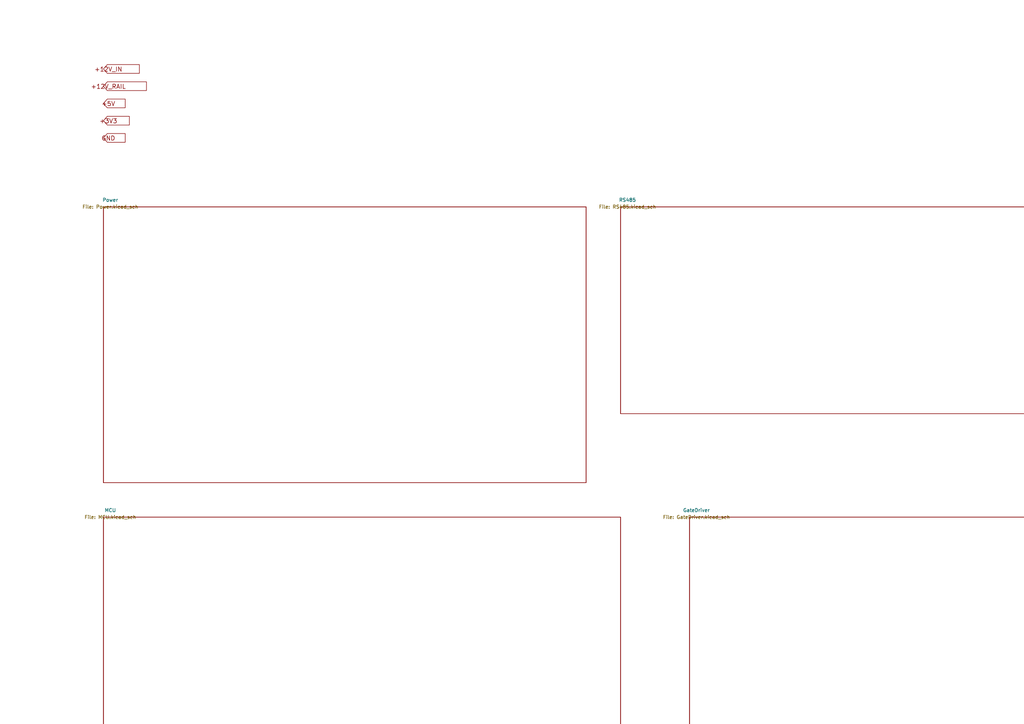
<source format=kicad_sch>
(kicad_sch (version 20231001) (generator "eeschema")
  (paper "A4")
  (title_block
    (title "RS-485 4-Channel 12V Load Controller")
    (company "Industrial PWM Load Switch")
    (comment 1 "MCU: STM32F103C8T6, RS-485: THVD1450, 4x IRLZ44N + TC4468")
    (comment 2 "Buck: LM2596-5.0, LDO: MCP1700-3.3")
    (comment 3 "TVS: SMBJ24A (input), SM712 (RS-485), SMBJ33A (outputs)")
  )

  (global_label "+12V_IN"   (at 30 20 0) (shape input) (effects (font (size 1.27 1.27))) (uuid "a1b3c001-0000-4000-8000-000000000001"))
  (global_label "+12V_RAIL" (at 30 25 0) (shape input) (effects (font (size 1.27 1.27))) (uuid "a1b3c001-0000-4000-8000-000000000002"))
  (global_label "+5V"       (at 30 30 0) (shape input) (effects (font (size 1.27 1.27))) (uuid "a1b3c001-0000-4000-8000-000000000003"))
  (global_label "+3V3"      (at 30 35 0) (shape input) (effects (font (size 1.27 1.27))) (uuid "a1b3c001-0000-4000-8000-000000000004"))
  (global_label "GND"       (at 30 40 0) (shape input) (effects (font (size 1.27 1.27))) (uuid "a1b3c001-0000-4000-8000-000000000005"))

  (sheet (at 30 60) (size 140 80)
    (uuid "b2b2b2b2-1111-4444-8888-000000000001")
    (property "Sheet name" "Power" (at 32 58 0) (effects (font (size 1 1))))
    (property "Sheet file" "Power.kicad_sch" (at 32 60 0) (effects (font (size 1 1))))
  )

  (sheet (at 180 60) (size 140 60)
    (uuid "b2b2b2b2-1111-4444-8888-000000000002")
    (property "Sheet name" "RS485" (at 182 58 0) (effects (font (size 1 1))))
    (property "Sheet file" "RS485.kicad_sch" (at 182 60 0) (effects (font (size 1 1))))
  )

  (sheet (at 30 150) (size 150 90)
    (uuid "b2b2b2b2-1111-4444-8888-000000000003")
    (property "Sheet name" "MCU" (at 32 148 0) (effects (font (size 1 1))))
    (property "Sheet file" "MCU.kicad_sch" (at 32 150 0) (effects (font (size 1 1))))
  )

  (sheet (at 200 150) (size 120 70)
    (uuid "b2b2b2b2-1111-4444-8888-000000000004")
    (property "Sheet name" "GateDriver" (at 202 148 0) (effects (font (size 1 1))))
    (property "Sheet file" "GateDriver.kicad_sch" (at 202 150 0) (effects (font (size 1 1))))
  )

  (sheet (at 360 60) (size 120 70)
    (uuid "b2b2b2b2-1111-4444-8888-000000000005")
    (property "Sheet name" "Channel1" (at 362 58 0) (effects (font (size 1 1))))
    (property "Sheet file" "Channel.kicad_sch" (at 362 60 0) (effects (font (size 1 1))))
    (property "Channel" "1" (at 362 62 0) (effects (font (size 1 1))))
  )

  (sheet (at 360 140) (size 120 70)
    (uuid "b2b2b2b2-1111-4444-8888-000000000006")
    (property "Sheet name" "Channel2" (at 362 138 0) (effects (font (size 1 1))))
    (property "Sheet file" "Channel.kicad_sch" (at 362 140 0) (effects (font (size 1 1))))
    (property "Channel" "2" (at 362 142 0) (effects (font (size 1 1))))
  )

  (sheet (at 360 220) (size 120 70)
    (uuid "b2b2b2b2-1111-4444-8888-000000000007")
    (property "Sheet name" "Channel3" (at 362 218 0) (effects (font (size 1 1))))
    (property "Sheet file" "Channel.kicad_sch" (at 362 220 0) (effects (font (size 1 1))))
    (property "Channel" "3" (at 362 222 0) (effects (font (size 1 1))))
  )

  (sheet (at 360 300) (size 120 70)
    (uuid "b2b2b2b2-1111-4444-8888-000000000008")
    (property "Sheet name" "Channel4" (at 362 298 0) (effects (font (size 1 1))))
    (property "Sheet file" "Channel.kicad_sch" (at 362 300 0) (effects (font (size 1 1))))
    (property "Channel" "4" (at 362 302 0) (effects (font (size 1 1))))
  )
)

</source>
